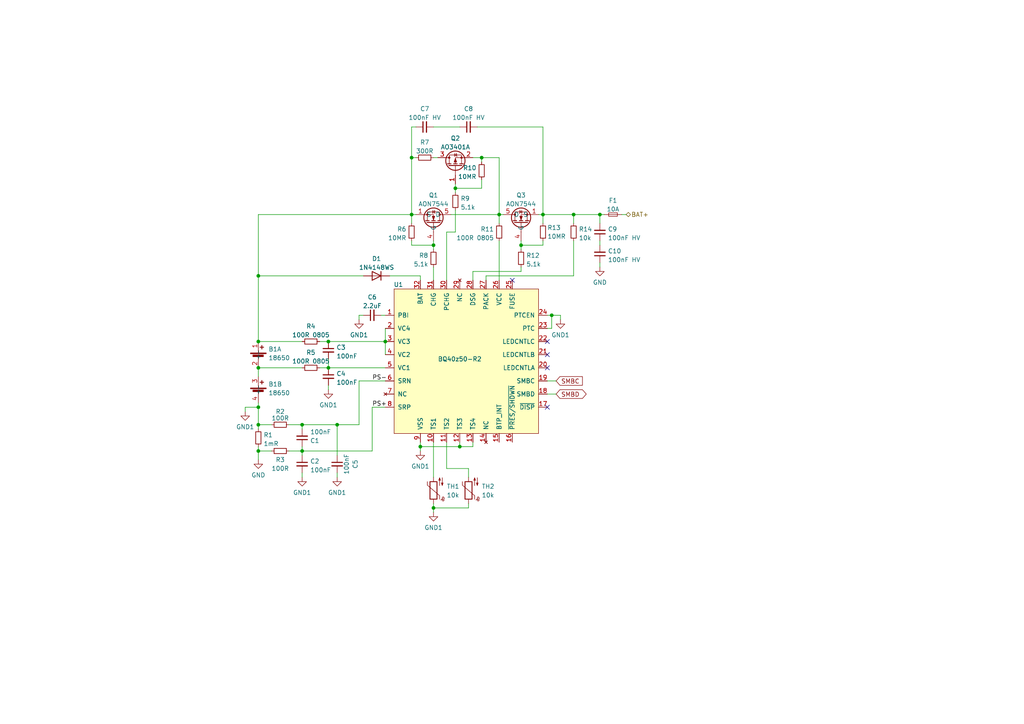
<source format=kicad_sch>
(kicad_sch (version 20211123) (generator eeschema)
  (paper "A4")
  (lib_symbols
    (symbol "Device:C_Small" (pin_numbers hide) (pin_names (offset 0.254) hide)
      (property "Reference" "C" (at 0.254 1.778 0))
      (property "Value" "C_Small" (at 0.254 -2.032 0))
      (symbol "C_Small_0_1"
        (polyline (pts (xy -1.524 -0.508) (xy 1.524 -0.508)) (stroke (width 0.3302)))
        (polyline (pts (xy -1.524 0.508) (xy 1.524 0.508)) (stroke (width 0.3048)))
      )
      (symbol "C_Small_1_1"
        (pin passive line (at 0 2.54 270) (length 2.032) (name "~") (number "1"))
        (pin passive line (at 0 -2.54 90) (length 2.032) (name "~") (number "2"))
      )
    )
    (symbol "Device:Fuse_Small" (pin_numbers hide) (pin_names (offset 0.254) hide)
      (property "Reference" "F" (at 0 -1.524 0))
      (property "Value" "Fuse_Small" (at 0 1.524 0))
      (symbol "Fuse_Small_0_1"
        (rectangle (start -1.27 0.508) (end 1.27 -0.508))
        (polyline (pts (xy -1.27 0) (xy 1.27 0)))
      )
      (symbol "Fuse_Small_1_1"
        (pin passive line (at -2.54 0 0) (length 1.27) (name "~") (number "1"))
        (pin passive line (at 2.54 0 180) (length 1.27) (name "~") (number "2"))
      )
    )
    (symbol "Device:R_Small" (pin_numbers hide) (pin_names (offset 0.254) hide)
      (property "Reference" "R" (at 0.762 0.508 0))
      (property "Value" "R_Small" (at 0.762 -1.016 0))
      (symbol "R_Small_0_1"
        (rectangle (start -0.762 1.778) (end 0.762 -1.778) (stroke (width 0.2032)))
      )
      (symbol "R_Small_1_1"
        (pin passive line (at 0 2.54 270) (length 0.762) (name "~") (number "1"))
        (pin passive line (at 0 -2.54 90) (length 0.762) (name "~") (number "2"))
      )
    )
    (symbol "Device:Thermistor_NTC" (pin_numbers hide) (pin_names (offset 0))
      (property "Reference" "TH" (at -4.445 0 90))
      (property "Value" "Thermistor_NTC" (at 3.175 0 90))
      (symbol "Thermistor_NTC_0_1"
        (arc (start -3.048 2.159) (mid -3.0495 2.3143) (end -3.175 2.413))
        (arc (start -3.048 2.159) (mid -2.9736 1.9794) (end -2.794 1.905))
        (arc (start -3.048 2.794) (mid -2.9736 2.6144) (end -2.794 2.54))
        (arc (start -2.794 1.905) (mid -2.6144 1.9794) (end -2.54 2.159))
        (arc (start -2.794 2.54) (mid -2.4393 2.5587) (end -2.159 2.794))
        (arc (start -2.794 3.048) (mid -2.9736 2.9736) (end -3.048 2.794))
        (arc (start -2.54 2.794) (mid -2.6144 2.9736) (end -2.794 3.048))
        (rectangle (start -1.016 2.54) (end 1.016 -2.54) (stroke (width 0.254)))
        (polyline (pts (xy -2.54 2.159) (xy -2.54 2.794)))
        (polyline (pts (xy -1.778 2.54) (xy -1.778 1.524) (xy 1.778 -1.524) (xy 1.778 -2.54)))
        (polyline (pts (xy -2.54 -3.683) (xy -2.54 -1.397) (xy -2.794 -2.159) (xy -2.286 -2.159) (xy -2.54 -1.397) (xy -2.54 -1.651)) (fill (type outline)))
        (polyline (pts (xy -1.778 -1.397) (xy -1.778 -3.683) (xy -2.032 -2.921) (xy -1.524 -2.921) (xy -1.778 -3.683) (xy -1.778 -3.429)) (fill (type outline)))
      )
      (symbol "Thermistor_NTC_1_1"
        (pin passive line (at 0 3.81 270) (length 1.27) (name "~") (number "1"))
        (pin passive line (at 0 -3.81 90) (length 1.27) (name "~") (number "2"))
      )
    )
    (symbol "Diode:1N4148WS" (pin_numbers hide) (pin_names (offset 1.016) hide)
      (property "Reference" "D" (at 0 2.54 0))
      (property "Value" "1N4148WS" (at 0 -2.54 0))
      (symbol "1N4148WS_0_1"
        (polyline (pts (xy -1.27 1.27) (xy -1.27 -1.27)) (stroke (width 0.254)))
        (polyline (pts (xy 1.27 0) (xy -1.27 0)))
        (polyline (pts (xy 1.27 1.27) (xy 1.27 -1.27) (xy -1.27 0) (xy 1.27 1.27)) (stroke (width 0.254)))
      )
      (symbol "1N4148WS_1_1"
        (pin passive line (at -3.81 0 0) (length 2.54) (name "K") (number "1"))
        (pin passive line (at 3.81 0 180) (length 2.54) (name "A") (number "2"))
      )
    )
    (symbol "Transistor_FET:AO3401A" (pin_names hide)
      (property "Reference" "Q" (at 5.08 1.905 0))
      (property "Value" "AO3401A" (at 5.08 0 0))
      (symbol "AO3401A_0_1"
        (polyline (pts (xy 0.254 0) (xy -2.54 0)))
        (polyline (pts (xy 0.254 1.905) (xy 0.254 -1.905)) (stroke (width 0.254)))
        (polyline (pts (xy 0.762 -1.27) (xy 0.762 -2.286)) (stroke (width 0.254)))
        (polyline (pts (xy 0.762 0.508) (xy 0.762 -0.508)) (stroke (width 0.254)))
        (polyline (pts (xy 0.762 2.286) (xy 0.762 1.27)) (stroke (width 0.254)))
        (polyline (pts (xy 2.54 2.54) (xy 2.54 1.778)))
        (polyline (pts (xy 2.54 -2.54) (xy 2.54 0) (xy 0.762 0)))
        (polyline (pts (xy 0.762 1.778) (xy 3.302 1.778) (xy 3.302 -1.778) (xy 0.762 -1.778)))
        (polyline (pts (xy 2.286 0) (xy 1.27 0.381) (xy 1.27 -0.381) (xy 2.286 0)) (fill (type outline)))
        (polyline (pts (xy 2.794 -0.508) (xy 2.921 -0.381) (xy 3.683 -0.381) (xy 3.81 -0.254)))
        (polyline (pts (xy 3.302 -0.381) (xy 2.921 0.254) (xy 3.683 0.254) (xy 3.302 -0.381)))
        (circle (center 1.651 0) (radius 2.794) (stroke (width 0.254)))
        (circle (center 2.54 -1.778) (radius 0.254) (fill (type outline)))
        (circle (center 2.54 1.778) (radius 0.254) (fill (type outline)))
      )
      (symbol "AO3401A_1_1"
        (pin input line (at -5.08 0 0) (length 2.54) (name "G") (number "1"))
        (pin passive line (at 2.54 -5.08 90) (length 2.54) (name "S") (number "2"))
        (pin passive line (at 2.54 5.08 270) (length 2.54) (name "D") (number "3"))
      )
    )
    (symbol "Transistor_FET_DFN:AON7544"
      (property "Reference" "Q" (at 0 0 0))
      (property "Value" "AON7544" (at -6.35 5.08 0))
      (symbol "AON7544_0_1"
        (circle (center -0.889 0) (radius 2.794) (stroke (width 0.254)))
        (circle (center 0 -1.778) (radius 0.254) (fill (type outline)))
        (polyline (pts (xy -2.286 0) (xy -5.08 0)))
        (polyline (pts (xy -2.286 1.905) (xy -2.286 -1.905)) (stroke (width 0.254)))
        (polyline (pts (xy -1.778 -1.27) (xy -1.778 -2.286)) (stroke (width 0.254)))
        (polyline (pts (xy -1.778 0.508) (xy -1.778 -0.508)) (stroke (width 0.254)))
        (polyline (pts (xy -1.778 2.286) (xy -1.778 1.27)) (stroke (width 0.254)))
        (polyline (pts (xy 0 2.54) (xy 0 1.778)))
        (polyline (pts (xy 0 -2.54) (xy 0 0) (xy -1.778 0)))
        (polyline (pts (xy -1.778 -1.778) (xy 0.762 -1.778) (xy 0.762 1.778) (xy -1.778 1.778)))
        (polyline (pts (xy -1.524 0) (xy -0.508 0.381) (xy -0.508 -0.381) (xy -1.524 0)) (fill (type outline)))
        (polyline (pts (xy 0.254 0.508) (xy 0.381 0.381) (xy 1.143 0.381) (xy 1.27 0.254)))
        (polyline (pts (xy 0.762 0.381) (xy 0.381 -0.254) (xy 1.143 -0.254) (xy 0.762 0.381)))
        (circle (center 0 1.778) (radius 0.254) (fill (type outline)))
      )
      (symbol "AON7544_1_1"
        (pin passive line (at 0 -5.08 90) (length 2.54) (name "S") (number "1"))
        (pin passive line (at 0 -5.08 90) (length 2.54) hide (name "S") (number "2"))
        (pin passive line (at 0 -5.08 90) (length 2.54) hide (name "S") (number "3"))
        (pin input line (at -7.62 0 0) (length 2.54) (name "G") (number "4"))
        (pin passive line (at 0 5.08 270) (length 2.54) (name "D") (number "5"))
        (pin passive line (at 0 5.08 270) (length 2.54) hide (name "D") (number "6"))
        (pin passive line (at 0 5.08 270) (length 2.54) hide (name "D") (number "7"))
        (pin passive line (at 0 5.08 270) (length 2.54) hide (name "D") (number "8"))
        (pin passive line (at 0 5.08 270) (length 2.54) hide (name "D") (number "9"))
      )
    )
    (symbol "battery:battery-2s" (pin_names (offset 1.016))
      (property "Reference" "B" (at 3.81 1.27 0))
      (property "Value" "battery-2s" (at -8.89 1.27 0))
      (symbol "battery-2s_1_1"
        (rectangle (start -2.286 0.508) (end 2.286 0.254) (fill (type outline)))
        (rectangle (start -1.5748 -0.0762) (end 1.4732 -0.5842) (fill (type outline)))
        (polyline (pts (xy 0 -0.508) (xy 0 -1.27)))
        (polyline (pts (xy 0 0.508) (xy 0 1.27)))
        (polyline (pts (xy 0.508 2.159) (xy 1.524 2.159)) (stroke (width 0.254)))
        (polyline (pts (xy 1.016 2.667) (xy 1.016 1.651)) (stroke (width 0.254)))
        (pin passive line (at 0 3.81 270) (length 2.54) (name "+") (number "1"))
        (pin passive line (at 0 -3.81 90) (length 2.54) (name "-") (number "2"))
      )
      (symbol "battery-2s_2_1"
        (rectangle (start -2.286 0.508) (end 2.286 0.254) (fill (type outline)))
        (rectangle (start -1.5748 -0.0762) (end 1.4732 -0.5842) (fill (type outline)))
        (polyline (pts (xy 0 -0.508) (xy 0 -1.27)))
        (polyline (pts (xy 0 0.508) (xy 0 1.27)))
        (polyline (pts (xy 0.508 2.159) (xy 1.524 2.159)) (stroke (width 0.254)))
        (polyline (pts (xy 1.016 2.667) (xy 1.016 1.651)) (stroke (width 0.254)))
        (pin passive line (at 0 3.81 270) (length 2.54) (name "+") (number "3"))
        (pin passive line (at 0 -3.81 90) (length 2.54) (name "-") (number "4"))
      )
    )
    (symbol "power:GND" (power) (pin_names (offset 0))
      (property "Value" "GND" (at 0 -3.81 0))
      (symbol "GND_0_1"
        (polyline (pts (xy 0 0) (xy 0 -1.27) (xy 1.27 -1.27) (xy 0 -2.54) (xy -1.27 -1.27) (xy 0 -1.27)))
      )
      (symbol "GND_1_1"
        (pin power_in line (at 0 0 270) (length 0) hide (name "GND") (number "1"))
      )
    )
    (symbol "power:GND1" (power) (pin_names (offset 0))
      (property "Value" "GND1" (at 0 -3.81 0))
      (symbol "GND1_0_1"
        (polyline (pts (xy 0 0) (xy 0 -1.27) (xy 1.27 -1.27) (xy 0 -2.54) (xy -1.27 -1.27) (xy 0 -1.27)))
      )
      (symbol "GND1_1_1"
        (pin power_in line (at 0 0 270) (length 0) hide (name "GND1") (number "1"))
      )
    )
    (symbol "ti-balancers:BQ40z50-R2" (pin_names (offset 1.016))
      (property "Reference" "U" (at 0 0 0))
      (property "Value" "BQ40z50-R2" (at 0 0 0))
      (symbol "BQ40z50-R2_0_1"
        (rectangle (start -19.05 20.32) (end 22.86 -21.59) (fill (type background)))
      )
      (symbol "BQ40z50-R2_1_1"
        (pin power_in line (at -21.59 12.7 0) (length 2.54) (name "PBI") (number "1"))
        (pin bidirectional line (at -7.62 -24.13 90) (length 2.54) (name "TS1") (number "10"))
        (pin bidirectional line (at -3.81 -24.13 90) (length 2.54) (name "TS2") (number "11"))
        (pin bidirectional line (at 0 -24.13 90) (length 2.54) (name "TS3") (number "12"))
        (pin bidirectional line (at 3.81 -24.13 90) (length 2.54) (name "TS4") (number "13"))
        (pin no_connect line (at 7.62 -24.13 90) (length 2.54) (name "NC") (number "14"))
        (pin output line (at 11.43 -24.13 90) (length 2.54) (name "BTP_INT") (number "15"))
        (pin input line (at 15.24 -24.13 90) (length 2.54) (name "~{PRES/SHDWN}") (number "16"))
        (pin input line (at 25.4 -13.97 180) (length 2.54) (name "~{DISP}") (number "17"))
        (pin open_collector line (at 25.4 -10.16 180) (length 2.54) (name "SMBD") (number "18"))
        (pin open_collector line (at 25.4 -6.35 180) (length 2.54) (name "SMBC") (number "19"))
        (pin bidirectional line (at -21.59 8.89 0) (length 2.54) (name "VC4") (number "2"))
        (pin output line (at 25.4 -2.54 180) (length 2.54) (name "LEDCNTLA") (number "20"))
        (pin output line (at 25.4 1.27 180) (length 2.54) (name "LEDCNTLB") (number "21"))
        (pin output line (at 25.4 5.08 180) (length 2.54) (name "LEDCNTLC") (number "22"))
        (pin bidirectional line (at 25.4 8.89 180) (length 2.54) (name "PTC") (number "23"))
        (pin input line (at 25.4 12.7 180) (length 2.54) (name "PTCEN") (number "24"))
        (pin output line (at 15.24 22.86 270) (length 2.54) (name "FUSE") (number "25"))
        (pin power_in line (at 11.43 22.86 270) (length 2.54) (name "VCC") (number "26"))
        (pin bidirectional line (at 7.62 22.86 270) (length 2.54) (name "PACK") (number "27"))
        (pin output line (at 3.81 22.86 270) (length 2.54) (name "DSG") (number "28"))
        (pin no_connect line (at 0 22.86 270) (length 2.54) (name "NC") (number "29"))
        (pin bidirectional line (at -21.59 5.08 0) (length 2.54) (name "VC3") (number "3"))
        (pin output line (at -3.81 22.86 270) (length 2.54) (name "PCHG") (number "30"))
        (pin output line (at -7.62 22.86 270) (length 2.54) (name "CHG") (number "31"))
        (pin power_in line (at -11.43 22.86 270) (length 2.54) (name "BAT") (number "32"))
        (pin power_in line (at -11.43 -24.13 90) (length 2.54) hide (name "PWRPD") (number "33"))
        (pin bidirectional line (at -21.59 1.27 0) (length 2.54) (name "VC2") (number "4"))
        (pin bidirectional line (at -21.59 -2.54 0) (length 2.54) (name "VC1") (number "5"))
        (pin input line (at -21.59 -6.35 0) (length 2.54) (name "SRN") (number "6"))
        (pin no_connect line (at -21.59 -10.16 0) (length 2.54) (name "NC") (number "7"))
        (pin input line (at -21.59 -13.97 0) (length 2.54) (name "SRP") (number "8"))
        (pin power_in line (at -11.43 -24.13 90) (length 2.54) (name "VSS") (number "9"))
      )
    )
  )
  (junction (at 119.38 45.72))
  (junction (at 144.78 62.23))
  (junction (at 87.63 130.81))
  (junction (at 95.25 99.06))
  (junction (at 74.93 130.81))
  (junction (at 74.93 118.11))
  (junction (at 74.93 80.01))
  (junction (at 97.79 123.19))
  (junction (at 173.99 62.23))
  (junction (at 166.37 62.23))
  (junction (at 157.48 62.23))
  (junction (at 132.08 54.61))
  (junction (at 133.35 129.54))
  (junction (at 95.25 106.68))
  (junction (at 74.93 106.68))
  (junction (at 74.93 123.19))
  (junction (at 74.93 99.06))
  (junction (at 111.76 99.06))
  (junction (at 87.63 123.19))
  (junction (at 151.13 71.12))
  (junction (at 139.7 45.72))
  (junction (at 160.02 91.44))
  (junction (at 125.73 71.12))
  (junction (at 125.73 147.32))
  (junction (at 121.92 129.54))
  (junction (at 119.38 62.23))
  (no_connect (at 158.75 102.87))
  (no_connect (at 158.75 118.11))
  (no_connect (at 148.59 81.28))
  (no_connect (at 158.75 99.06))
  (no_connect (at 158.75 106.68))
  (wire (pts (xy 157.48 64.77) (xy 157.48 62.23)))
  (wire (pts (xy 121.92 129.54) (xy 133.35 129.54)))
  (wire (pts (xy 132.08 54.61) (xy 132.08 55.88)))
  (wire (pts (xy 121.92 80.01) (xy 121.92 81.28)))
  (wire (pts (xy 144.78 69.85) (xy 144.78 81.28)))
  (wire (pts (xy 119.38 45.72) (xy 119.38 62.23)))
  (wire (pts (xy 157.48 69.85) (xy 157.48 71.12)))
  (wire (pts (xy 139.7 45.72) (xy 144.78 45.72)))
  (wire (pts (xy 74.93 62.23) (xy 74.93 80.01)))
  (wire (pts (xy 119.38 69.85) (xy 119.38 71.12)))
  (wire (pts (xy 166.37 62.23) (xy 166.37 64.77)))
  (wire (pts (xy 120.65 45.72) (xy 119.38 45.72)))
  (wire (pts (xy 162.56 91.44) (xy 160.02 91.44)))
  (wire (pts (xy 125.73 69.85) (xy 125.73 71.12)))
  (wire (pts (xy 110.49 91.44) (xy 111.76 91.44)))
  (wire (pts (xy 140.97 81.28) (xy 140.97 80.01)))
  (wire (pts (xy 97.79 132.08) (xy 97.79 123.19)))
  (wire (pts (xy 125.73 71.12) (xy 125.73 72.39)))
  (wire (pts (xy 121.92 129.54) (xy 121.92 130.81)))
  (wire (pts (xy 129.54 128.27) (xy 129.54 135.89)))
  (wire (pts (xy 157.48 62.23) (xy 156.21 62.23)))
  (wire (pts (xy 158.75 95.25) (xy 160.02 95.25)))
  (wire (pts (xy 132.08 54.61) (xy 132.08 53.34)))
  (wire (pts (xy 95.25 99.06) (xy 111.76 99.06)))
  (wire (pts (xy 95.25 111.76) (xy 95.25 113.03)))
  (wire (pts (xy 111.76 99.06) (xy 111.76 102.87)))
  (wire (pts (xy 74.93 118.11) (xy 71.12 118.11)))
  (wire (pts (xy 87.63 123.19) (xy 83.82 123.19)))
  (wire (pts (xy 158.75 110.49) (xy 161.29 110.49)))
  (wire (pts (xy 173.99 62.23) (xy 175.26 62.23)))
  (wire (pts (xy 95.25 106.68) (xy 111.76 106.68)))
  (wire (pts (xy 92.71 106.68) (xy 95.25 106.68)))
  (wire (pts (xy 87.63 137.16) (xy 87.63 138.43)))
  (wire (pts (xy 97.79 123.19) (xy 104.14 123.19)))
  (wire (pts (xy 87.63 130.81) (xy 107.95 130.81)))
  (wire (pts (xy 130.81 62.23) (xy 144.78 62.23)))
  (wire (pts (xy 135.89 147.32) (xy 135.89 146.05)))
  (wire (pts (xy 113.03 80.01) (xy 121.92 80.01)))
  (wire (pts (xy 125.73 36.83) (xy 133.35 36.83)))
  (wire (pts (xy 137.16 78.74) (xy 137.16 81.28)))
  (wire (pts (xy 125.73 146.05) (xy 125.73 147.32)))
  (wire (pts (xy 105.41 91.44) (xy 104.14 91.44)))
  (wire (pts (xy 160.02 95.25) (xy 160.02 91.44)))
  (wire (pts (xy 173.99 62.23) (xy 173.99 64.77)))
  (wire (pts (xy 135.89 135.89) (xy 135.89 138.43)))
  (wire (pts (xy 105.41 80.01) (xy 74.93 80.01)))
  (wire (pts (xy 74.93 106.68) (xy 87.63 106.68)))
  (wire (pts (xy 74.93 80.01) (xy 74.93 99.06)))
  (wire (pts (xy 119.38 36.83) (xy 120.65 36.83)))
  (wire (pts (xy 129.54 67.31) (xy 129.54 81.28)))
  (wire (pts (xy 157.48 36.83) (xy 157.48 62.23)))
  (wire (pts (xy 139.7 52.07) (xy 139.7 54.61)))
  (wire (pts (xy 74.93 129.54) (xy 74.93 130.81)))
  (wire (pts (xy 83.82 130.81) (xy 87.63 130.81)))
  (wire (pts (xy 158.75 114.3) (xy 161.29 114.3)))
  (wire (pts (xy 160.02 91.44) (xy 158.75 91.44)))
  (wire (pts (xy 119.38 45.72) (xy 119.38 36.83)))
  (wire (pts (xy 133.35 128.27) (xy 133.35 129.54)))
  (wire (pts (xy 107.95 130.81) (xy 107.95 118.11)))
  (wire (pts (xy 104.14 110.49) (xy 111.76 110.49)))
  (wire (pts (xy 140.97 80.01) (xy 166.37 80.01)))
  (wire (pts (xy 151.13 71.12) (xy 151.13 72.39)))
  (wire (pts (xy 104.14 123.19) (xy 104.14 110.49)))
  (wire (pts (xy 74.93 123.19) (xy 78.74 123.19)))
  (wire (pts (xy 87.63 124.46) (xy 87.63 123.19)))
  (wire (pts (xy 144.78 62.23) (xy 144.78 64.77)))
  (wire (pts (xy 104.14 91.44) (xy 104.14 92.71)))
  (wire (pts (xy 74.93 106.68) (xy 74.93 109.22)))
  (wire (pts (xy 121.92 128.27) (xy 121.92 129.54)))
  (wire (pts (xy 74.93 99.06) (xy 87.63 99.06)))
  (wire (pts (xy 74.93 130.81) (xy 78.74 130.81)))
  (wire (pts (xy 129.54 135.89) (xy 135.89 135.89)))
  (wire (pts (xy 173.99 69.85) (xy 173.99 71.12)))
  (wire (pts (xy 180.34 62.23) (xy 181.61 62.23)))
  (wire (pts (xy 74.93 118.11) (xy 74.93 123.19)))
  (wire (pts (xy 119.38 62.23) (xy 120.65 62.23)))
  (wire (pts (xy 144.78 62.23) (xy 146.05 62.23)))
  (wire (pts (xy 166.37 62.23) (xy 173.99 62.23)))
  (wire (pts (xy 87.63 130.81) (xy 87.63 132.08)))
  (wire (pts (xy 74.93 123.19) (xy 74.93 124.46)))
  (wire (pts (xy 139.7 45.72) (xy 139.7 46.99)))
  (wire (pts (xy 138.43 36.83) (xy 157.48 36.83)))
  (wire (pts (xy 133.35 129.54) (xy 137.16 129.54)))
  (wire (pts (xy 157.48 71.12) (xy 151.13 71.12)))
  (wire (pts (xy 137.16 45.72) (xy 139.7 45.72)))
  (wire (pts (xy 107.95 118.11) (xy 111.76 118.11)))
  (wire (pts (xy 111.76 95.25) (xy 111.76 99.06)))
  (wire (pts (xy 125.73 128.27) (xy 125.73 138.43)))
  (wire (pts (xy 92.71 99.06) (xy 95.25 99.06)))
  (wire (pts (xy 87.63 130.81) (xy 87.63 129.54)))
  (wire (pts (xy 166.37 80.01) (xy 166.37 69.85)))
  (wire (pts (xy 139.7 54.61) (xy 132.08 54.61)))
  (wire (pts (xy 74.93 116.84) (xy 74.93 118.11)))
  (wire (pts (xy 151.13 69.85) (xy 151.13 71.12)))
  (wire (pts (xy 119.38 71.12) (xy 125.73 71.12)))
  (wire (pts (xy 74.93 130.81) (xy 74.93 133.35)))
  (wire (pts (xy 132.08 67.31) (xy 129.54 67.31)))
  (wire (pts (xy 125.73 77.47) (xy 125.73 81.28)))
  (wire (pts (xy 137.16 78.74) (xy 151.13 78.74)))
  (wire (pts (xy 95.25 104.14) (xy 95.25 106.68)))
  (wire (pts (xy 119.38 62.23) (xy 74.93 62.23)))
  (wire (pts (xy 157.48 62.23) (xy 166.37 62.23)))
  (wire (pts (xy 97.79 137.16) (xy 97.79 138.43)))
  (wire (pts (xy 137.16 128.27) (xy 137.16 129.54)))
  (wire (pts (xy 119.38 62.23) (xy 119.38 64.77)))
  (wire (pts (xy 125.73 147.32) (xy 125.73 148.59)))
  (wire (pts (xy 71.12 118.11) (xy 71.12 119.38)))
  (wire (pts (xy 125.73 147.32) (xy 135.89 147.32)))
  (wire (pts (xy 97.79 123.19) (xy 87.63 123.19)))
  (wire (pts (xy 132.08 60.96) (xy 132.08 67.31)))
  (wire (pts (xy 144.78 45.72) (xy 144.78 62.23)))
  (wire (pts (xy 162.56 91.44) (xy 162.56 92.71)))
  (wire (pts (xy 151.13 77.47) (xy 151.13 78.74)))
  (wire (pts (xy 173.99 76.2) (xy 173.99 77.47)))
  (wire (pts (xy 125.73 45.72) (xy 127 45.72)))
  (label "PS-" (at 107.95 110.49 0))
  (label "PS+" (at 107.95 118.11 0))
  (global_label "SMBD" (shape bidirectional) (at 161.29 114.3 0) (property "Referenzen zwischen Schaltplänen" "${INTERSHEET_REFS}" (effects hide)))
  (global_label "SMBC" (shape input) (at 161.29 110.49 0) (property "Referenzen zwischen Schaltplänen" "${INTERSHEET_REFS}" (effects hide)))
  (hierarchical_label "BAT+" (shape bidirectional) (at 181.61 62.23 0))
  (symbol (lib_id "power:GND1") (at 162.56 92.71 0) (unit 1)
    (property "Reference" "#PWR0109" (effects hide))
    (property "Value" "GND1" (at 162.56 97.1534 0))
  )
  (symbol (lib_id "battery:battery-2s") (at 74.93 102.87 0) (unit 1)
    (property "Reference" "B1" (at 77.851 101.2733 0) (effects (justify left)))
    (property "Value" "18650" (at 77.851 103.8102 0) (effects (justify left)))
    (property "Footprint" "battery-holder-keystone:SMD-1048-dual-18650" (effects hide))
  )
  (symbol (lib_id "Device:R_Small") (at 125.73 74.93 0) (mirror x) (unit 1)
    (property "Reference" "R8" (at 124.2315 74.0953 0) (effects (justify right)))
    (property "Value" "5.1k" (at 124.2315 76.6322 0) (effects (justify right)))
    (property "Footprint" "Resistor_SMD:R_0402_1005Metric" (effects hide))
    (property "LCSC" "C25905" (effects hide))
  )
  (symbol (lib_id "Device:C_Small") (at 97.79 134.62 0) (unit 1)
    (property "Reference" "C5" (at 103.0519 134.6263 90))
    (property "Value" "100nF" (at 100.515 134.6263 90))
    (property "Footprint" "Capacitor_SMD:C_0402_1005Metric" (effects hide))
    (property "LCSC" "C1525" (effects hide))
  )
  (symbol (lib_id "Device:C_Small") (at 95.25 109.22 0) (unit 1)
    (property "Reference" "C4" (at 97.5741 108.3916 0) (effects (justify left)))
    (property "Value" "100nF" (at 97.5741 110.9285 0) (effects (justify left)))
    (property "Footprint" "Capacitor_SMD:C_0402_1005Metric" (effects hide))
    (property "LCSC" "C1525" (effects hide))
  )
  (symbol (lib_id "Device:C_Small") (at 173.99 73.66 180) (unit 1)
    (property "Reference" "C10" (at 176.3141 72.8189 0) (effects (justify right)))
    (property "Value" "100nF HV" (at 176.3141 75.3558 0) (effects (justify right)))
    (property "Footprint" "Capacitor_SMD:C_0603_1608Metric" (effects hide))
    (property "LCSC" "C14663" (effects hide))
  )
  (symbol (lib_id "Device:C_Small") (at 123.19 36.83 90) (unit 1)
    (property "Reference" "C7" (at 123.1963 31.5681 90))
    (property "Value" "100nF HV" (at 123.1963 34.105 90))
    (property "Footprint" "Capacitor_SMD:C_0603_1608Metric" (effects hide))
    (property "LCSC" "C14663" (effects hide))
  )
  (symbol (lib_id "Device:R_Small") (at 90.17 106.68 90) (unit 1)
    (property "Reference" "R5" (at 90.17 102.2436 90))
    (property "Value" "100R 0805" (at 90.17 104.7805 90))
    (property "Footprint" "Resistor_SMD:R_0805_2012Metric" (effects hide))
    (property "LCSC" "C17408" (effects hide))
  )
  (symbol (lib_id "Device:R_Small") (at 123.19 45.72 90) (unit 1)
    (property "Reference" "R7" (at 123.19 41.2836 90))
    (property "Value" "300R" (at 123.19 43.8205 90))
    (property "Footprint" "Resistor_SMD:R_1206_3216Metric" (effects hide))
    (property "LCSC" "C17887" (effects hide))
  )
  (symbol (lib_id "ti-balancers:BQ40z50-R2") (at 133.35 104.14 0) (unit 1)
    (property "Reference" "U1" (at 115.57 82.55 0))
    (property "Value" "BQ40z50-R2" (at 133.35 104.14 0))
    (property "Footprint" "Package_Texas:VQFN-32-4.1x4.1-EP-1.4" (effects hide))
    (property "Datasheet" "http://www.ti.com/lit/ds/symlink/bq40z50-r2.pdf" (effects hide))
    (property "LCSC" "C179743" (effects hide))
  )
  (symbol (lib_id "power:GND1") (at 71.12 119.38 0) (unit 1)
    (property "Reference" "#PWR0102" (effects hide))
    (property "Value" "GND1" (at 71.12 123.8234 0))
  )
  (symbol (lib_id "Device:R_Small") (at 81.28 123.19 270) (unit 1)
    (property "Reference" "R2" (at 81.28 119.38 90))
    (property "Value" "100R" (at 81.28 121.2905 90))
    (property "Footprint" "Resistor_SMD:R_0402_1005Metric" (effects hide))
    (property "LCSC" "C25076" (effects hide))
  )
  (symbol (lib_id "Device:Thermistor_NTC") (at 135.89 142.24 180) (unit 1)
    (property "Reference" "TH2" (at 139.7 141.0878 0) (effects (justify right)))
    (property "Value" "10k" (at 139.7 143.6247 0) (effects (justify right)))
    (property "Footprint" "Resistor_SMD:R_0805_2012Metric" (effects hide))
    (property "LCSC" "C316395" (effects hide))
  )
  (symbol (lib_id "Transistor_FET:AO3401A") (at 132.08 48.26 90) (unit 1)
    (property "Reference" "Q2" (at 132.08 40.1152 90))
    (property "Value" "AO3401A" (at 132.08 42.6521 90))
    (property "Footprint" "Package_TO_SOT_SMD:SOT-23" (effects hide))
    (property "Datasheet" "http://www.aosmd.com/pdfs/datasheet/AO3401A.pdf" (effects hide))
    (property "LCSC" "C15127" (effects hide))
  )
  (symbol (lib_id "Device:R_Small") (at 144.78 67.31 0) (mirror x) (unit 1)
    (property "Reference" "R11" (at 143.2815 66.4753 0) (effects (justify right)))
    (property "Value" "100R 0805" (at 143.2815 69.0122 0) (effects (justify right)))
    (property "Footprint" "Resistor_SMD:R_0805_2012Metric" (effects hide))
    (property "LCSC" "C17408" (effects hide))
  )
  (symbol (lib_id "Device:R_Small") (at 81.28 130.81 270) (unit 1)
    (property "Reference" "R3" (at 81.28 133.35 90))
    (property "Value" "100R" (at 81.28 135.89 90))
    (property "Footprint" "Resistor_SMD:R_0402_1005Metric" (effects hide))
    (property "LCSC" "C25076" (effects hide))
  )
  (symbol (lib_id "Device:C_Small") (at 107.95 91.44 90) (unit 1)
    (property "Reference" "C6" (at 107.9563 86.1781 90))
    (property "Value" "2.2uF" (at 107.9563 88.715 90))
    (property "Footprint" "Capacitor_SMD:C_0603_1608Metric" (effects hide))
    (property "LCSC" "C23630" (effects hide))
  )
  (symbol (lib_id "Device:R_Small") (at 74.93 127 0) (unit 1)
    (property "Reference" "R1" (at 76.4286 126.1653 0) (effects (justify left)))
    (property "Value" "1mR" (at 76.4286 128.7022 0) (effects (justify left)))
    (property "Footprint" "Resistor_SMD:R_1206_3216Metric" (effects hide))
    (property "LCSC" "C76287" (effects hide))
  )
  (symbol (lib_id "power:GND") (at 74.93 133.35 0) (unit 1)
    (property "Reference" "#PWR0101" (effects hide))
    (property "Value" "GND" (at 74.93 137.7934 0))
  )
  (symbol (lib_id "Device:C_Small") (at 87.63 134.62 0) (unit 1)
    (property "Reference" "C2" (at 89.9541 133.7916 0) (effects (justify left)))
    (property "Value" "100nF" (at 89.9541 136.3285 0) (effects (justify left)))
    (property "Footprint" "Capacitor_SMD:C_0402_1005Metric" (effects hide))
    (property "LCSC" "C1525" (effects hide))
  )
  (symbol (lib_id "power:GND1") (at 121.92 130.81 0) (unit 1)
    (property "Reference" "#PWR0107" (effects hide))
    (property "Value" "GND1" (at 121.92 135.2534 0))
  )
  (symbol (lib_id "Device:C_Small") (at 173.99 67.31 180) (unit 1)
    (property "Reference" "C9" (at 176.3141 66.4689 0) (effects (justify right)))
    (property "Value" "100nF HV" (at 176.3141 69.0058 0) (effects (justify right)))
    (property "Footprint" "Capacitor_SMD:C_0603_1608Metric" (effects hide))
    (property "LCSC" "C14663" (effects hide))
  )
  (symbol (lib_id "power:GND1") (at 87.63 138.43 0) (unit 1)
    (property "Reference" "#PWR0103" (effects hide))
    (property "Value" "GND1" (at 87.63 142.8734 0))
  )
  (symbol (lib_id "Transistor_FET_DFN:AON7544") (at 125.73 62.23 270) (mirror x) (unit 1)
    (property "Reference" "Q1" (at 125.73 56.6252 90))
    (property "Value" "AON7544" (at 125.73 59.1621 90))
    (property "Footprint" "Package_DFN_FET:DFN-8-FET_3x3mm_P0.65mm" (effects hide))
    (property "Datasheet" "https://datasheet.lcsc.com/lcsc/1912111437_Alpha-&-Omega-Semicon-AON7544_C315567.pdf" (effects hide))
    (property "LCSC" "C315567" (effects hide))
  )
  (symbol (lib_id "Device:R_Small") (at 139.7 49.53 0) (mirror x) (unit 1)
    (property "Reference" "R10" (at 138.2015 48.6953 0) (effects (justify right)))
    (property "Value" "10MR" (at 138.2015 51.2322 0) (effects (justify right)))
    (property "Footprint" "Resistor_SMD:R_0402_1005Metric" (effects hide))
    (property "LCSC" "C26082" (effects hide))
  )
  (symbol (lib_id "Device:R_Small") (at 151.13 74.93 180) (unit 1)
    (property "Reference" "R12" (at 152.6285 74.0953 0) (effects (justify right)))
    (property "Value" "5.1k" (at 152.6285 76.6322 0) (effects (justify right)))
    (property "Footprint" "Resistor_SMD:R_0402_1005Metric" (effects hide))
    (property "LCSC" "C25905" (effects hide))
  )
  (symbol (lib_id "Device:C_Small") (at 135.89 36.83 90) (unit 1)
    (property "Reference" "C8" (at 135.8963 31.5681 90))
    (property "Value" "100nF HV" (at 135.8963 34.105 90))
    (property "Footprint" "Capacitor_SMD:C_0603_1608Metric" (effects hide))
    (property "LCSC" "C14663" (effects hide))
  )
  (symbol (lib_id "Device:Fuse_Small") (at 177.8 62.23 0) (unit 1)
    (property "Reference" "F1" (at 177.8 58.1492 0))
    (property "Value" "10A" (at 177.8 60.6861 0))
    (property "Footprint" "Fuse:Fuse_1206_3216Metric" (effects hide))
    (property "Datasheet" "https://datasheet.lcsc.com/lcsc/1808141123_AEM-F1206HB10V024TM_C242475.pdf" (effects hide))
    (property "LCSC" "C242475" (effects hide))
  )
  (symbol (lib_id "power:GND1") (at 95.25 113.03 0) (unit 1)
    (property "Reference" "#PWR0106" (effects hide))
    (property "Value" "GND1" (at 95.25 117.4734 0))
  )
  (symbol (lib_id "battery:battery-2s") (at 74.93 113.03 0) (unit 2)
    (property "Reference" "B1" (at 77.851 111.4333 0) (effects (justify left)))
    (property "Value" "18650" (at 77.851 113.9702 0) (effects (justify left)))
    (property "Footprint" "battery-holder-keystone:SMD-1048-dual-18650" (effects hide))
  )
  (symbol (lib_id "Device:C_Small") (at 87.63 127 0) (mirror x) (unit 1)
    (property "Reference" "C1" (at 89.9541 127.8284 0) (effects (justify left)))
    (property "Value" "100nF" (at 89.9541 125.2915 0) (effects (justify left)))
    (property "Footprint" "Capacitor_SMD:C_0402_1005Metric" (effects hide))
    (property "LCSC" "C1525" (effects hide))
  )
  (symbol (lib_id "Device:R_Small") (at 166.37 67.31 0) (unit 1)
    (property "Reference" "R14" (at 167.8686 66.4753 0) (effects (justify left)))
    (property "Value" "10k" (at 167.8686 69.0122 0) (effects (justify left)))
    (property "Footprint" "Resistor_SMD:R_0402_1005Metric" (effects hide))
    (property "LCSC" "C25744" (effects hide))
  )
  (symbol (lib_id "Device:R_Small") (at 157.48 67.31 180) (unit 1)
    (property "Reference" "R13" (at 158.75 66.04 0) (effects (justify right)))
    (property "Value" "10MR" (at 158.75 68.58 0) (effects (justify right)))
    (property "Footprint" "Resistor_SMD:R_0402_1005Metric" (effects hide))
    (property "LCSC" "C26082" (effects hide))
  )
  (symbol (lib_id "Device:R_Small") (at 90.17 99.06 90) (unit 1)
    (property "Reference" "R4" (at 90.17 94.6236 90))
    (property "Value" "100R 0805" (at 90.17 97.1605 90))
    (property "Footprint" "Resistor_SMD:R_0805_2012Metric" (effects hide))
    (property "LCSC" "C17408" (effects hide))
  )
  (symbol (lib_id "power:GND1") (at 97.79 138.43 0) (unit 1)
    (property "Reference" "#PWR0104" (effects hide))
    (property "Value" "GND1" (at 97.79 142.8734 0))
  )
  (symbol (lib_id "power:GND1") (at 104.14 92.71 0) (unit 1)
    (property "Reference" "#PWR0105" (effects hide))
    (property "Value" "GND1" (at 104.14 97.1534 0))
  )
  (symbol (lib_id "Device:R_Small") (at 132.08 58.42 180) (unit 1)
    (property "Reference" "R9" (at 133.5786 57.5853 0) (effects (justify right)))
    (property "Value" "5.1k" (at 133.5786 60.1222 0) (effects (justify right)))
    (property "Footprint" "Resistor_SMD:R_0402_1005Metric" (effects hide))
    (property "LCSC" "C25905" (effects hide))
  )
  (symbol (lib_id "Transistor_FET_DFN:AON7544") (at 151.13 62.23 90) (unit 1)
    (property "Reference" "Q3" (at 151.13 56.6252 90))
    (property "Value" "AON7544" (at 151.13 59.1621 90))
    (property "Footprint" "Package_DFN_FET:DFN-8-FET_3x3mm_P0.65mm" (effects hide))
    (property "Datasheet" "https://datasheet.lcsc.com/lcsc/1912111437_Alpha-&-Omega-Semicon-AON7544_C315567.pdf" (effects hide))
    (property "LCSC" "C315567" (effects hide))
  )
  (symbol (lib_id "Device:Thermistor_NTC") (at 125.73 142.24 180) (unit 1)
    (property "Reference" "TH1" (at 129.54 141.0878 0) (effects (justify right)))
    (property "Value" "10k" (at 129.54 143.6247 0) (effects (justify right)))
    (property "Footprint" "Resistor_SMD:R_0805_2012Metric" (effects hide))
    (property "LCSC" "C316395" (effects hide))
  )
  (symbol (lib_id "power:GND") (at 173.99 77.47 0) (unit 1)
    (property "Reference" "#PWR0110" (effects hide))
    (property "Value" "GND" (at 173.99 81.9134 0))
  )
  (symbol (lib_id "Device:C_Small") (at 95.25 101.6 0) (unit 1)
    (property "Reference" "C3" (at 97.5741 100.7716 0) (effects (justify left)))
    (property "Value" "100nF" (at 97.5741 103.3085 0) (effects (justify left)))
    (property "Footprint" "Capacitor_SMD:C_0402_1005Metric" (effects hide))
    (property "LCSC" "C1525" (effects hide))
  )
  (symbol (lib_id "Diode:1N4148WS") (at 109.22 80.01 180) (unit 1)
    (property "Reference" "D1" (at 109.22 75.0402 0))
    (property "Value" "1N4148WS" (at 109.22 77.5771 0))
    (property "Footprint" "Diode_SMD:D_SOD-323" (effects hide))
    (property "Datasheet" "https://www.vishay.com/docs/85751/1n4148ws.pdf" (effects hide))
    (property "LCSC" "C2128" (effects hide))
  )
  (symbol (lib_id "Device:R_Small") (at 119.38 67.31 0) (mirror x) (unit 1)
    (property "Reference" "R6" (at 117.8815 66.4753 0) (effects (justify right)))
    (property "Value" "10MR" (at 117.8815 69.0122 0) (effects (justify right)))
    (property "Footprint" "Resistor_SMD:R_0402_1005Metric" (effects hide))
    (property "LCSC" "C26082" (effects hide))
  )
  (symbol (lib_id "power:GND1") (at 125.73 148.59 0) (unit 1)
    (property "Reference" "#PWR0108" (effects hide))
    (property "Value" "GND1" (at 125.73 153.0334 0))
  )
)
</source>
